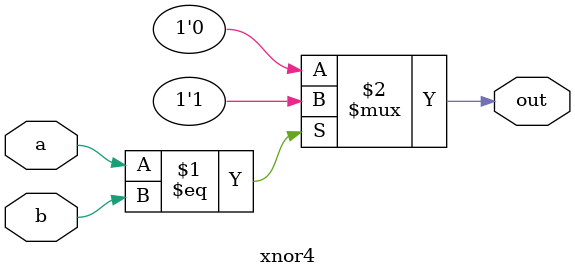
<source format=v>
module xnor4 (
  input a,
  input b,
  output out
);

  assign out = (a == b) ? 1'b1 : 1'b0; // XNOR using conditional expression (XOR and invert both)

endmodule

</source>
